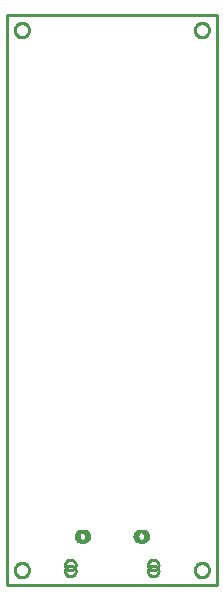
<source format=gbr>
G04 EAGLE Gerber RS-274X export*
G75*
%MOMM*%
%FSLAX34Y34*%
%LPD*%
%IN*%
%IPPOS*%
%AMOC8*
5,1,8,0,0,1.08239X$1,22.5*%
G01*
%ADD10C,0.254000*%


D10*
X0Y0D02*
X177800Y0D01*
X177800Y482600D01*
X0Y482600D01*
X0Y0D01*
X18700Y12363D02*
X18625Y11693D01*
X18475Y11036D01*
X18252Y10400D01*
X17960Y9793D01*
X17601Y9223D01*
X17181Y8696D01*
X16704Y8219D01*
X16178Y7799D01*
X15607Y7440D01*
X15000Y7148D01*
X14364Y6925D01*
X13707Y6775D01*
X13037Y6700D01*
X12363Y6700D01*
X11693Y6775D01*
X11036Y6925D01*
X10400Y7148D01*
X9793Y7440D01*
X9223Y7799D01*
X8696Y8219D01*
X8219Y8696D01*
X7799Y9223D01*
X7440Y9793D01*
X7148Y10400D01*
X6925Y11036D01*
X6775Y11693D01*
X6700Y12363D01*
X6700Y13037D01*
X6775Y13707D01*
X6925Y14364D01*
X7148Y15000D01*
X7440Y15607D01*
X7799Y16178D01*
X8219Y16704D01*
X8696Y17181D01*
X9223Y17601D01*
X9793Y17960D01*
X10400Y18252D01*
X11036Y18475D01*
X11693Y18625D01*
X12363Y18700D01*
X13037Y18700D01*
X13707Y18625D01*
X14364Y18475D01*
X15000Y18252D01*
X15607Y17960D01*
X16178Y17601D01*
X16704Y17181D01*
X17181Y16704D01*
X17601Y16178D01*
X17960Y15607D01*
X18252Y15000D01*
X18475Y14364D01*
X18625Y13707D01*
X18700Y13037D01*
X18700Y12363D01*
X171100Y12363D02*
X171025Y11693D01*
X170875Y11036D01*
X170652Y10400D01*
X170360Y9793D01*
X170001Y9223D01*
X169581Y8696D01*
X169104Y8219D01*
X168578Y7799D01*
X168007Y7440D01*
X167400Y7148D01*
X166764Y6925D01*
X166107Y6775D01*
X165437Y6700D01*
X164763Y6700D01*
X164093Y6775D01*
X163436Y6925D01*
X162800Y7148D01*
X162193Y7440D01*
X161623Y7799D01*
X161096Y8219D01*
X160619Y8696D01*
X160199Y9223D01*
X159840Y9793D01*
X159548Y10400D01*
X159325Y11036D01*
X159175Y11693D01*
X159100Y12363D01*
X159100Y13037D01*
X159175Y13707D01*
X159325Y14364D01*
X159548Y15000D01*
X159840Y15607D01*
X160199Y16178D01*
X160619Y16704D01*
X161096Y17181D01*
X161623Y17601D01*
X162193Y17960D01*
X162800Y18252D01*
X163436Y18475D01*
X164093Y18625D01*
X164763Y18700D01*
X165437Y18700D01*
X166107Y18625D01*
X166764Y18475D01*
X167400Y18252D01*
X168007Y17960D01*
X168578Y17601D01*
X169104Y17181D01*
X169581Y16704D01*
X170001Y16178D01*
X170360Y15607D01*
X170652Y15000D01*
X170875Y14364D01*
X171025Y13707D01*
X171100Y13037D01*
X171100Y12363D01*
X18700Y469563D02*
X18625Y468893D01*
X18475Y468236D01*
X18252Y467600D01*
X17960Y466993D01*
X17601Y466423D01*
X17181Y465896D01*
X16704Y465419D01*
X16178Y464999D01*
X15607Y464640D01*
X15000Y464348D01*
X14364Y464125D01*
X13707Y463975D01*
X13037Y463900D01*
X12363Y463900D01*
X11693Y463975D01*
X11036Y464125D01*
X10400Y464348D01*
X9793Y464640D01*
X9223Y464999D01*
X8696Y465419D01*
X8219Y465896D01*
X7799Y466423D01*
X7440Y466993D01*
X7148Y467600D01*
X6925Y468236D01*
X6775Y468893D01*
X6700Y469563D01*
X6700Y470237D01*
X6775Y470907D01*
X6925Y471564D01*
X7148Y472200D01*
X7440Y472807D01*
X7799Y473378D01*
X8219Y473904D01*
X8696Y474381D01*
X9223Y474801D01*
X9793Y475160D01*
X10400Y475452D01*
X11036Y475675D01*
X11693Y475825D01*
X12363Y475900D01*
X13037Y475900D01*
X13707Y475825D01*
X14364Y475675D01*
X15000Y475452D01*
X15607Y475160D01*
X16178Y474801D01*
X16704Y474381D01*
X17181Y473904D01*
X17601Y473378D01*
X17960Y472807D01*
X18252Y472200D01*
X18475Y471564D01*
X18625Y470907D01*
X18700Y470237D01*
X18700Y469563D01*
X171100Y469563D02*
X171025Y468893D01*
X170875Y468236D01*
X170652Y467600D01*
X170360Y466993D01*
X170001Y466423D01*
X169581Y465896D01*
X169104Y465419D01*
X168578Y464999D01*
X168007Y464640D01*
X167400Y464348D01*
X166764Y464125D01*
X166107Y463975D01*
X165437Y463900D01*
X164763Y463900D01*
X164093Y463975D01*
X163436Y464125D01*
X162800Y464348D01*
X162193Y464640D01*
X161623Y464999D01*
X161096Y465419D01*
X160619Y465896D01*
X160199Y466423D01*
X159840Y466993D01*
X159548Y467600D01*
X159325Y468236D01*
X159175Y468893D01*
X159100Y469563D01*
X159100Y470237D01*
X159175Y470907D01*
X159325Y471564D01*
X159548Y472200D01*
X159840Y472807D01*
X160199Y473378D01*
X160619Y473904D01*
X161096Y474381D01*
X161623Y474801D01*
X162193Y475160D01*
X162800Y475452D01*
X163436Y475675D01*
X164093Y475825D01*
X164763Y475900D01*
X165437Y475900D01*
X166107Y475825D01*
X166764Y475675D01*
X167400Y475452D01*
X168007Y475160D01*
X168578Y474801D01*
X169104Y474381D01*
X169581Y473904D01*
X170001Y473378D01*
X170360Y472807D01*
X170652Y472200D01*
X170875Y471564D01*
X171025Y470907D01*
X171100Y470237D01*
X171100Y469563D01*
X58348Y16723D02*
X58271Y16138D01*
X58118Y15568D01*
X57893Y15023D01*
X57598Y14513D01*
X57239Y14045D01*
X56821Y13627D01*
X56353Y13268D01*
X55843Y12973D01*
X55298Y12748D01*
X54728Y12595D01*
X54143Y12518D01*
X53553Y12518D01*
X52968Y12595D01*
X52398Y12748D01*
X51853Y12973D01*
X51343Y13268D01*
X50875Y13627D01*
X50457Y14045D01*
X50098Y14513D01*
X49803Y15023D01*
X49578Y15568D01*
X49425Y16138D01*
X49348Y16723D01*
X49348Y17313D01*
X49425Y17898D01*
X49578Y18468D01*
X49803Y19013D01*
X50098Y19523D01*
X50457Y19991D01*
X50875Y20409D01*
X51343Y20768D01*
X51853Y21063D01*
X52398Y21288D01*
X52968Y21441D01*
X53553Y21518D01*
X54143Y21518D01*
X54728Y21441D01*
X55298Y21288D01*
X55843Y21063D01*
X56353Y20768D01*
X56821Y20409D01*
X57239Y19991D01*
X57598Y19523D01*
X57893Y19013D01*
X58118Y18468D01*
X58271Y17898D01*
X58348Y17313D01*
X58348Y16723D01*
X58348Y11643D02*
X58271Y11058D01*
X58118Y10488D01*
X57893Y9943D01*
X57598Y9433D01*
X57239Y8965D01*
X56821Y8547D01*
X56353Y8188D01*
X55843Y7893D01*
X55298Y7668D01*
X54728Y7515D01*
X54143Y7438D01*
X53553Y7438D01*
X52968Y7515D01*
X52398Y7668D01*
X51853Y7893D01*
X51343Y8188D01*
X50875Y8547D01*
X50457Y8965D01*
X50098Y9433D01*
X49803Y9943D01*
X49578Y10488D01*
X49425Y11058D01*
X49348Y11643D01*
X49348Y12233D01*
X49425Y12818D01*
X49578Y13388D01*
X49803Y13933D01*
X50098Y14443D01*
X50457Y14911D01*
X50875Y15329D01*
X51343Y15688D01*
X51853Y15983D01*
X52398Y16208D01*
X52968Y16361D01*
X53553Y16438D01*
X54143Y16438D01*
X54728Y16361D01*
X55298Y16208D01*
X55843Y15983D01*
X56353Y15688D01*
X56821Y15329D01*
X57239Y14911D01*
X57598Y14443D01*
X57893Y13933D01*
X58118Y13388D01*
X58271Y12818D01*
X58348Y12233D01*
X58348Y11643D01*
X128452Y16723D02*
X128375Y16138D01*
X128222Y15568D01*
X127997Y15023D01*
X127702Y14513D01*
X127343Y14045D01*
X126925Y13627D01*
X126457Y13268D01*
X125947Y12973D01*
X125402Y12748D01*
X124832Y12595D01*
X124247Y12518D01*
X123657Y12518D01*
X123072Y12595D01*
X122502Y12748D01*
X121957Y12973D01*
X121447Y13268D01*
X120979Y13627D01*
X120561Y14045D01*
X120202Y14513D01*
X119907Y15023D01*
X119682Y15568D01*
X119529Y16138D01*
X119452Y16723D01*
X119452Y17313D01*
X119529Y17898D01*
X119682Y18468D01*
X119907Y19013D01*
X120202Y19523D01*
X120561Y19991D01*
X120979Y20409D01*
X121447Y20768D01*
X121957Y21063D01*
X122502Y21288D01*
X123072Y21441D01*
X123657Y21518D01*
X124247Y21518D01*
X124832Y21441D01*
X125402Y21288D01*
X125947Y21063D01*
X126457Y20768D01*
X126925Y20409D01*
X127343Y19991D01*
X127702Y19523D01*
X127997Y19013D01*
X128222Y18468D01*
X128375Y17898D01*
X128452Y17313D01*
X128452Y16723D01*
X128452Y11643D02*
X128375Y11058D01*
X128222Y10488D01*
X127997Y9943D01*
X127702Y9433D01*
X127343Y8965D01*
X126925Y8547D01*
X126457Y8188D01*
X125947Y7893D01*
X125402Y7668D01*
X124832Y7515D01*
X124247Y7438D01*
X123657Y7438D01*
X123072Y7515D01*
X122502Y7668D01*
X121957Y7893D01*
X121447Y8188D01*
X120979Y8547D01*
X120561Y8965D01*
X120202Y9433D01*
X119907Y9943D01*
X119682Y10488D01*
X119529Y11058D01*
X119452Y11643D01*
X119452Y12233D01*
X119529Y12818D01*
X119682Y13388D01*
X119907Y13933D01*
X120202Y14443D01*
X120561Y14911D01*
X120979Y15329D01*
X121447Y15688D01*
X121957Y15983D01*
X122502Y16208D01*
X123072Y16361D01*
X123657Y16438D01*
X124247Y16438D01*
X124832Y16361D01*
X125402Y16208D01*
X125947Y15983D01*
X126457Y15688D01*
X126925Y15329D01*
X127343Y14911D01*
X127702Y14443D01*
X127997Y13933D01*
X128222Y13388D01*
X128375Y12818D01*
X128452Y12233D01*
X128452Y11643D01*
X67238Y41107D02*
X67161Y40522D01*
X67008Y39952D01*
X66783Y39407D01*
X66488Y38897D01*
X66129Y38429D01*
X65711Y38011D01*
X65243Y37652D01*
X64733Y37357D01*
X64188Y37132D01*
X63618Y36979D01*
X63033Y36902D01*
X62443Y36902D01*
X61858Y36979D01*
X61288Y37132D01*
X60743Y37357D01*
X60233Y37652D01*
X59765Y38011D01*
X59347Y38429D01*
X58988Y38897D01*
X58693Y39407D01*
X58468Y39952D01*
X58315Y40522D01*
X58238Y41107D01*
X58238Y41697D01*
X58315Y42282D01*
X58468Y42852D01*
X58693Y43397D01*
X58988Y43907D01*
X59347Y44375D01*
X59765Y44793D01*
X60233Y45152D01*
X60743Y45447D01*
X61288Y45672D01*
X61858Y45825D01*
X62443Y45902D01*
X63033Y45902D01*
X63618Y45825D01*
X64188Y45672D01*
X64733Y45447D01*
X65243Y45152D01*
X65711Y44793D01*
X66129Y44375D01*
X66488Y43907D01*
X66783Y43397D01*
X67008Y42852D01*
X67161Y42282D01*
X67238Y41697D01*
X67238Y41107D01*
X69778Y41107D02*
X69701Y40522D01*
X69548Y39952D01*
X69323Y39407D01*
X69028Y38897D01*
X68669Y38429D01*
X68251Y38011D01*
X67783Y37652D01*
X67273Y37357D01*
X66728Y37132D01*
X66158Y36979D01*
X65573Y36902D01*
X64983Y36902D01*
X64398Y36979D01*
X63828Y37132D01*
X63283Y37357D01*
X62773Y37652D01*
X62305Y38011D01*
X61887Y38429D01*
X61528Y38897D01*
X61233Y39407D01*
X61008Y39952D01*
X60855Y40522D01*
X60778Y41107D01*
X60778Y41697D01*
X60855Y42282D01*
X61008Y42852D01*
X61233Y43397D01*
X61528Y43907D01*
X61887Y44375D01*
X62305Y44793D01*
X62773Y45152D01*
X63283Y45447D01*
X63828Y45672D01*
X64398Y45825D01*
X64983Y45902D01*
X65573Y45902D01*
X66158Y45825D01*
X66728Y45672D01*
X67273Y45447D01*
X67783Y45152D01*
X68251Y44793D01*
X68669Y44375D01*
X69028Y43907D01*
X69323Y43397D01*
X69548Y42852D01*
X69701Y42282D01*
X69778Y41697D01*
X69778Y41107D01*
X117022Y41107D02*
X116945Y40522D01*
X116792Y39952D01*
X116567Y39407D01*
X116272Y38897D01*
X115913Y38429D01*
X115495Y38011D01*
X115027Y37652D01*
X114517Y37357D01*
X113972Y37132D01*
X113402Y36979D01*
X112817Y36902D01*
X112227Y36902D01*
X111642Y36979D01*
X111072Y37132D01*
X110527Y37357D01*
X110017Y37652D01*
X109549Y38011D01*
X109131Y38429D01*
X108772Y38897D01*
X108477Y39407D01*
X108252Y39952D01*
X108099Y40522D01*
X108022Y41107D01*
X108022Y41697D01*
X108099Y42282D01*
X108252Y42852D01*
X108477Y43397D01*
X108772Y43907D01*
X109131Y44375D01*
X109549Y44793D01*
X110017Y45152D01*
X110527Y45447D01*
X111072Y45672D01*
X111642Y45825D01*
X112227Y45902D01*
X112817Y45902D01*
X113402Y45825D01*
X113972Y45672D01*
X114517Y45447D01*
X115027Y45152D01*
X115495Y44793D01*
X115913Y44375D01*
X116272Y43907D01*
X116567Y43397D01*
X116792Y42852D01*
X116945Y42282D01*
X117022Y41697D01*
X117022Y41107D01*
X119562Y41107D02*
X119485Y40522D01*
X119332Y39952D01*
X119107Y39407D01*
X118812Y38897D01*
X118453Y38429D01*
X118035Y38011D01*
X117567Y37652D01*
X117057Y37357D01*
X116512Y37132D01*
X115942Y36979D01*
X115357Y36902D01*
X114767Y36902D01*
X114182Y36979D01*
X113612Y37132D01*
X113067Y37357D01*
X112557Y37652D01*
X112089Y38011D01*
X111671Y38429D01*
X111312Y38897D01*
X111017Y39407D01*
X110792Y39952D01*
X110639Y40522D01*
X110562Y41107D01*
X110562Y41697D01*
X110639Y42282D01*
X110792Y42852D01*
X111017Y43397D01*
X111312Y43907D01*
X111671Y44375D01*
X112089Y44793D01*
X112557Y45152D01*
X113067Y45447D01*
X113612Y45672D01*
X114182Y45825D01*
X114767Y45902D01*
X115357Y45902D01*
X115942Y45825D01*
X116512Y45672D01*
X117057Y45447D01*
X117567Y45152D01*
X118035Y44793D01*
X118453Y44375D01*
X118812Y43907D01*
X119107Y43397D01*
X119332Y42852D01*
X119485Y42282D01*
X119562Y41697D01*
X119562Y41107D01*
M02*

</source>
